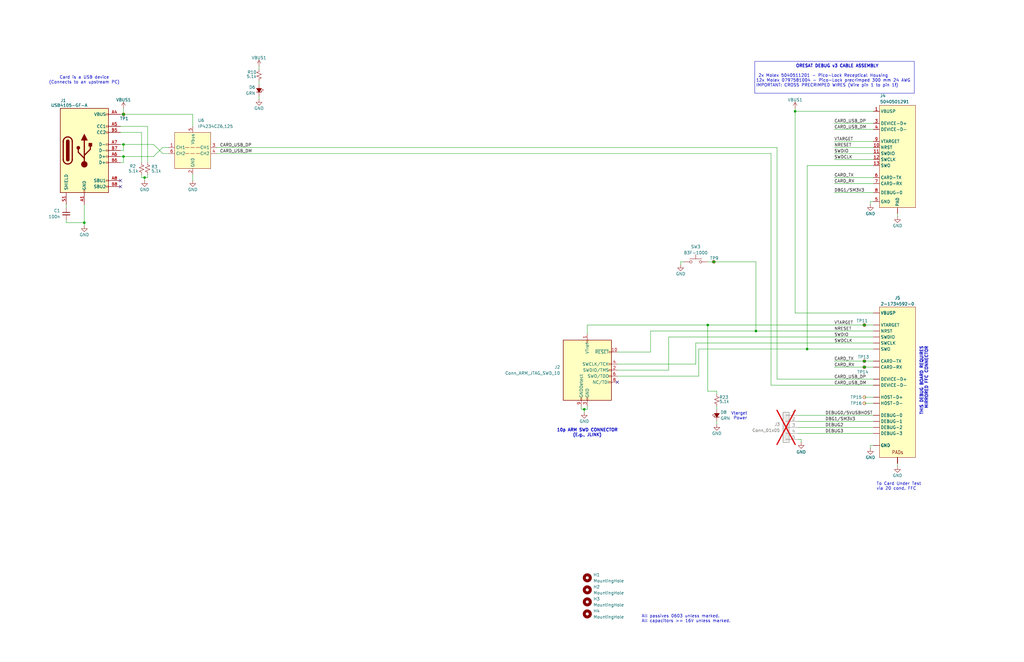
<source format=kicad_sch>
(kicad_sch (version 20250114) (generator "eeschema") (generator_version "9.0")
  (paper "B")
  (title_block (title "Card Debug Board") (date "2025-11-24") (rev "3.1") (company "Portland State Aerospace Society"))
  (lib_symbols
    (symbol "Connector:Conn_ARM_JTAG_SWD_10" (pin_names (offset 1.016))
      (property "Reference" "J" (at -2.54 16.51 0))
      (property "Value" "Conn_ARM_JTAG_SWD_10" (at -2.54 13.97 0))
      (symbol "Conn_ARM_JTAG_SWD_10_0_1"
        (rectangle (start -10.16 12.7) (end 10.16 -12.7) (stroke (width 0.254)) (fill (type background)))
        (rectangle (start -2.794 -12.7) (end -2.286 -11.684))
        (rectangle (start -0.254 12.7) (end 0.254 11.684))
        (rectangle (start -0.254 -12.7) (end 0.254 -11.684))
        (rectangle (start 9.144 2.286) (end 10.16 2.794))
        (rectangle (start 10.16 7.874) (end 9.144 7.366))
        (rectangle (start 10.16 -0.254) (end 9.144 0.254))
        (rectangle (start 10.16 -2.794) (end 9.144 -2.286))
      )
      (symbol "Conn_ARM_JTAG_SWD_10_1_1"
        (rectangle (start 9.144 -5.334) (end 10.16 -4.826))
        (pin no_connect line (at -10.16 0 0) (length 2.54) (hide yes) (name "KEY") (number "7"))
        (pin passive line (at -2.54 -15.24 90) (length 2.54) (name "GNDDetect") (number "9"))
        (pin power_in line (at 0 15.24 270) (length 2.54) (name "VTref") (number "1"))
        (pin power_in line (at 0 -15.24 90) (length 2.54) (name "GND") (number "3"))
        (pin passive line (at 0 -15.24 90) (length 2.54) (hide yes) (name "GND") (number "5"))
        (pin open_collector line (at 12.7 7.62 180) (length 2.54) (name "~{RESET}") (number "10"))
        (pin output line (at 12.7 2.54 180) (length 2.54) (name "SWCLK/TCK") (number "4"))
        (pin bidirectional line (at 12.7 0 180) (length 2.54) (name "SWDIO/TMS") (number "2"))
        (pin input line (at 12.7 -2.54 180) (length 2.54) (name "SWO/TDO") (number "6"))
        (pin output line (at 12.7 -5.08 180) (length 2.54) (name "NC/TDI") (number "8"))
      )
    )
    (symbol "Connector:USB_C_Receptacle_USB2.0_16P" (pin_names (offset 1.016))
      (property "Reference" "J" (at 0 22.225 0))
      (property "Value" "USB_C_Receptacle_USB2.0_16P" (at 0 19.685 0))
      (symbol "USB_C_Receptacle_USB2.0_16P_0_0"
        (rectangle (start -0.254 -17.78) (end 0.254 -16.764))
        (rectangle (start 10.16 15.494) (end 9.144 14.986))
        (rectangle (start 10.16 10.414) (end 9.144 9.906))
        (rectangle (start 10.16 7.874) (end 9.144 7.366))
        (rectangle (start 10.16 2.794) (end 9.144 2.286))
        (rectangle (start 10.16 0.254) (end 9.144 -0.254))
        (rectangle (start 10.16 -2.286) (end 9.144 -2.794))
        (rectangle (start 10.16 -4.826) (end 9.144 -5.334))
        (rectangle (start 10.16 -12.446) (end 9.144 -12.954))
        (rectangle (start 10.16 -14.986) (end 9.144 -15.494))
      )
      (symbol "USB_C_Receptacle_USB2.0_16P_0_1"
        (rectangle (start -10.16 17.78) (end 10.16 -17.78) (stroke (width 0.254)) (fill (type background)))
        (polyline (pts (xy -8.89 -3.81) (xy -8.89 3.81)) (stroke (width 0.508)))
        (rectangle (start -7.62 -3.81) (end -6.35 3.81) (stroke (width 0.254)) (fill (type outline)))
        (arc (start -7.62 3.81) (mid -6.985 4.4423) (end -6.35 3.81) (stroke (width 0.254)))
        (arc (start -7.62 3.81) (mid -6.985 4.4423) (end -6.35 3.81) (stroke (width 0.254)) (fill (type outline)))
        (arc (start -8.89 3.81) (mid -6.985 5.7067) (end -5.08 3.81) (stroke (width 0.508)))
        (arc (start -5.08 -3.81) (mid -6.985 -5.7067) (end -8.89 -3.81) (stroke (width 0.508)))
        (arc (start -6.35 -3.81) (mid -6.985 -4.4423) (end -7.62 -3.81) (stroke (width 0.254)))
        (arc (start -6.35 -3.81) (mid -6.985 -4.4423) (end -7.62 -3.81) (stroke (width 0.254)) (fill (type outline)))
        (polyline (pts (xy -5.08 3.81) (xy -5.08 -3.81)) (stroke (width 0.508)))
        (circle (center -2.54 1.143) (radius 0.635) (stroke (width 0.254)) (fill (type outline)))
        (polyline (pts (xy -1.27 4.318) (xy 0 6.858) (xy 1.27 4.318) (xy -1.27 4.318)) (stroke (width 0.254)) (fill (type outline)))
        (polyline (pts (xy 0 -2.032) (xy 2.54 0.508) (xy 2.54 1.778)) (stroke (width 0.508)))
        (polyline (pts (xy 0 -3.302) (xy -2.54 -0.762) (xy -2.54 0.508)) (stroke (width 0.508)))
        (polyline (pts (xy 0 -5.842) (xy 0 4.318)) (stroke (width 0.508)))
        (circle (center 0 -5.842) (radius 1.27) (fill (type outline)))
        (rectangle (start 1.905 1.778) (end 3.175 3.048) (stroke (width 0.254)) (fill (type outline)))
      )
      (symbol "USB_C_Receptacle_USB2.0_16P_1_1"
        (pin passive line (at -7.62 -22.86 90) (length 5.08) (name "SHIELD") (number "S1"))
        (pin passive line (at 0 -22.86 90) (length 5.08) (name "GND") (number "A1"))
        (pin passive line (at 0 -22.86 90) (length 5.08) (hide yes) (name "GND") (number "A12"))
        (pin passive line (at 0 -22.86 90) (length 5.08) (hide yes) (name "GND") (number "B1"))
        (pin passive line (at 0 -22.86 90) (length 5.08) (hide yes) (name "GND") (number "B12"))
        (pin passive line (at 15.24 15.24 180) (length 5.08) (name "VBUS") (number "A4"))
        (pin passive line (at 15.24 15.24 180) (length 5.08) (hide yes) (name "VBUS") (number "A9"))
        (pin passive line (at 15.24 15.24 180) (length 5.08) (hide yes) (name "VBUS") (number "B4"))
        (pin passive line (at 15.24 15.24 180) (length 5.08) (hide yes) (name "VBUS") (number "B9"))
        (pin bidirectional line (at 15.24 10.16 180) (length 5.08) (name "CC1") (number "A5"))
        (pin bidirectional line (at 15.24 7.62 180) (length 5.08) (name "CC2") (number "B5"))
        (pin bidirectional line (at 15.24 2.54 180) (length 5.08) (name "D-") (number "A7"))
        (pin bidirectional line (at 15.24 0 180) (length 5.08) (name "D-") (number "B7"))
        (pin bidirectional line (at 15.24 -2.54 180) (length 5.08) (name "D+") (number "A6"))
        (pin bidirectional line (at 15.24 -5.08 180) (length 5.08) (name "D+") (number "B6"))
        (pin bidirectional line (at 15.24 -12.7 180) (length 5.08) (name "SBU1") (number "A8"))
        (pin bidirectional line (at 15.24 -15.24 180) (length 5.08) (name "SBU2") (number "B8"))
      )
    )
    (symbol "Connector_Generic:Conn_01x05" (pin_names (offset 1.016) (hide yes))
      (property "Reference" "J" (at 0 7.62 0))
      (property "Value" "Conn_01x05" (at 0 -7.62 0))
      (symbol "Conn_01x05_1_1"
        (rectangle (start -1.27 6.35) (end 1.27 -6.35) (stroke (width 0.254)) (fill (type background)))
        (rectangle (start -1.27 5.207) (end 0 4.953) (stroke (width 0.1524)))
        (rectangle (start -1.27 2.667) (end 0 2.413) (stroke (width 0.1524)))
        (rectangle (start -1.27 0.127) (end 0 -0.127) (stroke (width 0.1524)))
        (rectangle (start -1.27 -2.413) (end 0 -2.667) (stroke (width 0.1524)))
        (rectangle (start -1.27 -4.953) (end 0 -5.207) (stroke (width 0.1524)))
        (pin passive line (at -5.08 5.08 0) (length 3.81) (name "Pin_1") (number "1"))
        (pin passive line (at -5.08 2.54 0) (length 3.81) (name "Pin_2") (number "2"))
        (pin passive line (at -5.08 0 0) (length 3.81) (name "Pin_3") (number "3"))
        (pin passive line (at -5.08 -2.54 0) (length 3.81) (name "Pin_4") (number "4"))
        (pin passive line (at -5.08 -5.08 0) (length 3.81) (name "Pin_5") (number "5"))
      )
    )
    (symbol "Device:C_Small" (pin_numbers (hide yes)) (pin_names (offset 0.254) (hide yes))
      (property "Reference" "C" (at 0.254 1.778 0))
      (property "Value" "C_Small" (at 0.254 -2.032 0))
      (symbol "C_Small_0_1"
        (polyline (pts (xy -1.524 0.508) (xy 1.524 0.508)) (stroke (width 0.3048)))
        (polyline (pts (xy -1.524 -0.508) (xy 1.524 -0.508)) (stroke (width 0.3302)))
      )
      (symbol "C_Small_1_1"
        (pin passive line (at 0 2.54 270) (length 2.032) (name "~") (number "1"))
        (pin passive line (at 0 -2.54 90) (length 2.032) (name "~") (number "2"))
      )
    )
    (symbol "Device:LED_Small_Filled" (pin_numbers (hide yes)) (pin_names (offset 0.254) (hide yes))
      (property "Reference" "D" (at -1.27 3.175 0))
      (property "Value" "LED_Small_Filled" (at -4.445 -2.54 0))
      (symbol "LED_Small_Filled_0_1"
        (polyline (pts (xy -0.762 -1.016) (xy -0.762 1.016)) (stroke (width 0.254)))
        (polyline (pts (xy 0 0.762) (xy -0.508 1.27) (xy -0.254 1.27) (xy -0.508 1.27) (xy -0.508 1.016)))
        (polyline (pts (xy 0.508 1.27) (xy 0 1.778) (xy 0.254 1.778) (xy 0 1.778) (xy 0 1.524)))
        (polyline (pts (xy 0.762 -1.016) (xy -0.762 0) (xy 0.762 1.016) (xy 0.762 -1.016)) (stroke (width 0.254)) (fill (type outline)))
        (polyline (pts (xy 1.016 0) (xy -0.762 0)))
      )
      (symbol "LED_Small_Filled_1_1"
        (pin passive line (at -2.54 0 0) (length 1.778) (name "K") (number "1"))
        (pin passive line (at 2.54 0 180) (length 1.778) (name "A") (number "2"))
      )
    )
    (symbol "Device:R_Small_US" (pin_numbers (hide yes)) (pin_names (offset 0.254) (hide yes))
      (property "Reference" "R" (at 0.762 0.508 0))
      (property "Value" "R_Small_US" (at 0.762 -1.016 0))
      (symbol "R_Small_US_1_1"
        (polyline (pts (xy 0 1.524) (xy 1.016 1.143) (xy 0 0.762) (xy -1.016 0.381) (xy 0 0)))
        (polyline (pts (xy 0 0) (xy 1.016 -0.381) (xy 0 -0.762) (xy -1.016 -1.143) (xy 0 -1.524)))
        (pin passive line (at 0 2.54 270) (length 1.016) (name "~") (number "1"))
        (pin passive line (at 0 -2.54 90) (length 1.016) (name "~") (number "2"))
      )
    )
    (symbol "Mechanical:MountingHole" (pin_names (offset 1.016)) (in_bom no)
      (property "Reference" "H" (at 0 5.08 0))
      (property "Value" "MountingHole" (at 0 3.175 0))
      (symbol "MountingHole_0_1"
        (circle (center 0 0) (radius 1.27) (stroke (width 1.27)))
      )
    )
    (symbol "Switch:SW_Push" (pin_numbers (hide yes)) (pin_names (offset 1.016) (hide yes))
      (property "Reference" "SW" (at 1.27 2.54 0))
      (property "Value" "SW_Push" (at 0 -1.524 0))
      (symbol "SW_Push_0_1"
        (circle (center -2.032 0) (radius 0.508))
        (polyline (pts (xy 0 1.27) (xy 0 3.048)))
        (circle (center 2.032 0) (radius 0.508))
        (polyline (pts (xy 2.54 1.27) (xy -2.54 1.27)))
        (pin passive line (at -5.08 0 0) (length 2.54) (name "1") (number "1"))
        (pin passive line (at 5.08 0 180) (length 2.54) (name "2") (number "2"))
      )
    )
    (symbol "oresat-connectors:J-TE-Debug-2-1734592-0"
      (property "Reference" "J" (at 0 35.56 0))
      (property "Value" "J-TE-Debug-2-1734592-0" (at 0 33.02 0))
      (symbol "J-TE-Debug-2-1734592-0_0_1"
        (rectangle (start -7.62 30.48) (end 7.62 -33.02) (fill (type background)))
      )
      (symbol "J-TE-Debug-2-1734592-0_1_0"
        (text "PADs" (at -2.54 -31.75 0) (effects (font (size 1.524 1.2954)) (justify left bottom)))
        (pin passive line (at 0 -35.56 90) (length 2.54) (name "PAD") (number "PAD1"))
        (pin passive line (at 0 -35.56 90) (length 2.54) (name "PAD") (number "PAD2"))
        (pin passive line (at 10.16 27.94 180) (length 2.54) (name "VBUSP") (number "1"))
        (pin passive line (at 10.16 27.94 180) (length 2.54) (name "VBUSP") (number "2"))
        (pin passive line (at 10.16 22.86 180) (length 2.54) (name "VTARGET") (number "11"))
        (pin passive line (at 10.16 20.32 180) (length 2.54) (name "NRST") (number "10"))
        (pin passive line (at 10.16 17.78 180) (length 2.54) (name "SWDIO") (number "14"))
        (pin passive line (at 10.16 15.24 180) (length 2.54) (name "SWCLK") (number "15"))
        (pin passive line (at 10.16 12.7 180) (length 2.54) (name "SWO") (number "16"))
        (pin passive line (at 10.16 7.62 180) (length 2.54) (name "CARD-TX") (number "13"))
        (pin passive line (at 10.16 5.08 180) (length 2.54) (name "CARD-RX") (number "12"))
        (pin passive line (at 10.16 0 180) (length 2.54) (name "DEVICE-D+") (number "4"))
        (pin passive line (at 10.16 -2.54 180) (length 2.54) (name "DEVICE-D-") (number "5"))
        (pin passive line (at 10.16 -7.62 180) (length 2.54) (name "HOST-D+") (number "7"))
        (pin passive line (at 10.16 -10.16 180) (length 2.54) (name "HOST-D-") (number "8"))
        (pin passive line (at 10.16 -15.24 180) (length 2.54) (name "DEBUG-0") (number "17"))
        (pin passive line (at 10.16 -17.78 180) (length 2.54) (name "DEBUG-1") (number "18"))
        (pin passive line (at 10.16 -20.32 180) (length 2.54) (name "DEBUG-2") (number "19"))
        (pin passive line (at 10.16 -22.86 180) (length 2.54) (name "DEBUG-3") (number "20"))
        (pin passive line (at 10.16 -27.94 180) (length 2.54) (name "GND") (number "3"))
        (pin passive line (at 10.16 -27.94 180) (length 2.54) (name "GND") (number "6"))
        (pin passive line (at 10.16 -27.94 180) (length 2.54) (name "GND") (number "9"))
      )
    )
    (symbol "oresat-connectors:ORESAT-DEBUG-CONNECTOR-3"
      (property "Reference" "J" (at -7.62 25.4 0))
      (property "Value" "SM14B-SHLS-TF" (at -7.62 22.86 0))
      (symbol "ORESAT-DEBUG-CONNECTOR-3_1_0"
        (pin passive line (at 0 -24.13 90) (length 2.54) (name "PAD") (number "15"))
        (pin passive line (at 0 -24.13 90) (length 2.54) (hide yes) (name "PAD") (number "16"))
        (pin passive line (at 10.16 19.05 180) (length 2.54) (name "VBUSP") (number "1"))
        (pin passive line (at 10.16 19.05 180) (length 2.54) (hide yes) (name "VBUSP") (number "2"))
        (pin passive line (at 10.16 13.97 180) (length 2.54) (name "DEVICE-D+") (number "3"))
        (pin passive line (at 10.16 11.43 180) (length 2.54) (name "DEVICE-D-") (number "4"))
        (pin passive line (at 10.16 6.35 180) (length 2.54) (name "VTARGET") (number "9"))
        (pin passive line (at 10.16 3.81 180) (length 2.54) (name "NRST") (number "10"))
        (pin passive line (at 10.16 1.27 180) (length 2.54) (name "SWDIO") (number "11"))
        (pin passive line (at 10.16 -1.27 180) (length 2.54) (name "SWCLK") (number "12"))
        (pin passive line (at 10.16 -3.81 180) (length 2.54) (name "SWO") (number "13"))
        (pin passive line (at 10.16 -8.89 180) (length 2.54) (name "CARD-TX") (number "6"))
        (pin passive line (at 10.16 -11.43 180) (length 2.54) (name "CARD-RX") (number "7"))
        (pin passive line (at 10.16 -15.24 180) (length 2.54) (name "DEBUG-0") (number "8"))
        (pin passive line (at 10.16 -19.05 180) (length 2.54) (hide yes) (name "GND") (number "14"))
        (pin passive line (at 10.16 -19.05 180) (length 2.54) (name "GND") (number "5"))
      )
      (symbol "ORESAT-DEBUG-CONNECTOR-3_1_1"
        (rectangle (start -7.62 21.59) (end 7.62 -21.59) (fill (type color) (color 255 255 194 1)))
      )
    )
    (symbol "oresat-ics:ip4234cz6"
      (property "Reference" "U" (at 4.064 -8.636 0))
      (property "Value" "IP4234CZ6,125" (at 4.064 -10.668 0))
      (symbol "ip4234cz6_1_1"
        (rectangle (start -7.62 7.62) (end 7.62 -7.62) (fill (type background)))
        (polyline (pts (xy -3.175 1.27) (xy 3.175 1.27)) (stroke (width 0) (type dash)))
        (polyline (pts (xy -3.175 -1.27) (xy 3.175 -1.27)) (stroke (width 0) (type dash)))
        (pin passive line (at -10.16 1.27 0) (length 2.54) (name "CH1") (number "1"))
        (pin passive line (at -10.16 -1.27 0) (length 2.54) (name "CH2") (number "6"))
        (pin power_in line (at 0 10.16 270) (length 2.54) (name "Vbus") (number "5"))
        (pin power_in line (at 0 -10.16 90) (length 2.54) (name "GND") (number "2"))
        (pin passive line (at 10.16 1.27 180) (length 2.54) (name "CH1") (number "3"))
        (pin passive line (at 10.16 -1.27 180) (length 2.54) (name "CH2") (number "4"))
      )
    )
    (symbol "oresat-misc:TestPoint-MinTH" (pin_numbers (hide yes)) (pin_names (offset 0.762) (hide yes))
      (property "Reference" "TP" (at 0 2.54 0))
      (symbol "TestPoint-MinTH_0_1"
        (circle (center 0 0) (radius 0.635) (fill (type background)))
      )
      (symbol "TestPoint-MinTH_1_1"
        (pin passive line (at 0 0 270) (length 0) (name "1") (number "1"))
      )
    )
    (symbol "oresat-power:VBUS" (power) (pin_names (offset 0))
      (property "Value" "VBUS" (at 0 3.556 0))
      (symbol "VBUS_0_1"
        (polyline (pts (xy -0.762 1.27) (xy 0 2.54)))
        (polyline (pts (xy 0 2.54) (xy 0.762 1.27)))
        (polyline (pts (xy 0 0) (xy 0 2.54)))
      )
      (symbol "VBUS_1_1"
        (pin power_in line (at 0 0 90) (length 0) (hide yes) (name "VBUS") (number "1"))
      )
    )
    (symbol "power:GND" (power) (pin_numbers (hide yes)) (pin_names (offset 0) (hide yes))
      (property "Value" "GND" (at 0 -3.81 0))
      (symbol "GND_0_1"
        (polyline (pts (xy 0 0) (xy 0 -1.27) (xy 1.27 -1.27) (xy 0 -2.54) (xy -1.27 -1.27) (xy 0 -1.27)))
      )
      (symbol "GND_1_1"
        (pin power_in line (at 0 0 270) (length 0) (name "~") (number "1"))
      )
    )
  )
  (rectangle (start 318.262 25.908) (end 385.572 39.37))
  (text "To Card Under Test\nvia 20 cond. FFC" (at 369.57 207.01 0) (effects (font (size 1.27 1.27)) (justify left bottom)))
  (text "Vtarget \nPower" (at 312.166 175.514 0) (effects (font (size 1.27 1.27))))
  (text " 2x Molex 5040511201 - Pico-Lock Receptical Housing\n12x Molex 0797581004 - Pico-Lock precrimped 300 mm 24 AWG\nIMPORTANT: CROSS PRECRIMPED WIRES (Wire pin 1 to pin 1!)" (at 318.77 36.83 0) (effects (font (size 1.27 1.27) (thickness 0.1588)) (justify left bottom)))
  (text "All passives 0603 unless marked.\nAll capacitors >= 16V unless marked." (at 270.51 262.89 0) (effects (font (size 1.27 1.27)) (justify left bottom)))
  (text "10p ARM SWD CONNECTOR\n(E.g., JLINK)" (at 247.65 182.626 0) (effects (font (size 1.27 1.27) (thickness 0.254) (bold yes))))
  (text "THIS DEBUG BOARD REQUIRES\nMIRRORED FFC CONNECTOR" (at 391.414 146.05 90) (effects (font (size 1.27 1.27) (thickness 0.254) (bold yes)) (justify right bottom)))
  (text "ORESAT DEBUG v3 CABLE ASSEMBLY" (at 353.06 27.94 0) (effects (font (size 1.27 1.27) (thickness 0.254) (bold yes))))
  (text "Card is a USB device\n(Connects to an upstream PC)\n" (at 35.56 35.56 0) (effects (font (size 1.27 1.27)) (justify bottom)))
  (junction (at 60.96 74.93))
  (junction (at 52.07 66.04))
  (junction (at 364.49 137.16))
  (junction (at 52.07 48.26))
  (junction (at 300.99 110.49))
  (junction (at 340.36 147.32))
  (junction (at 246.38 172.72))
  (junction (at 364.49 152.4))
  (junction (at 52.07 60.96))
  (junction (at 318.77 139.7))
  (junction (at 298.45 137.16))
  (junction (at 35.56 93.98))
  (junction (at 335.28 46.99))
  (junction (at 364.49 154.94))
  (no_connect (at 50.8 76.2))
  (no_connect (at 260.35 161.29))
  (no_connect (at 50.8 78.74))
  (wire (pts (xy 368.3 69.85) (xy 340.36 69.85)))
  (wire (pts (xy 368.3 52.07) (xy 351.79 52.07)))
  (wire (pts (xy 109.22 34.29) (xy 109.22 35.56)))
  (wire (pts (xy 340.36 147.32) (xy 368.3 147.32)))
  (wire (pts (xy 52.07 48.26) (xy 81.28 48.26)))
  (wire (pts (xy 351.79 152.4) (xy 364.49 152.4)))
  (wire (pts (xy 367.03 85.09) (xy 367.03 86.36)))
  (wire (pts (xy 59.69 74.93) (xy 60.96 74.93)))
  (wire (pts (xy 247.65 172.72) (xy 247.65 171.45)))
  (wire (pts (xy 71.12 62.23) (xy 68.58 62.23)))
  (wire (pts (xy 335.28 132.08) (xy 368.3 132.08)))
  (wire (pts (xy 59.69 55.88) (xy 59.69 68.58)))
  (wire (pts (xy 91.44 62.23) (xy 327.66 62.23)))
  (wire (pts (xy 247.65 140.97) (xy 247.65 137.16)))
  (wire (pts (xy 109.22 27.94) (xy 109.22 29.21)))
  (wire (pts (xy 378.46 195.58) (xy 378.46 196.85)))
  (wire (pts (xy 27.94 92.71) (xy 27.94 93.98)))
  (wire (pts (xy 327.66 160.02) (xy 368.3 160.02)))
  (wire (pts (xy 364.49 170.18) (xy 368.3 170.18)))
  (wire (pts (xy 247.65 137.16) (xy 298.45 137.16)))
  (wire (pts (xy 281.94 156.21) (xy 260.35 156.21)))
  (wire (pts (xy 245.11 172.72) (xy 246.38 172.72)))
  (wire (pts (xy 336.55 177.8) (xy 368.3 177.8)))
  (wire (pts (xy 64.77 66.04) (xy 68.58 62.23)))
  (wire (pts (xy 302.26 166.37) (xy 302.26 165.1)))
  (wire (pts (xy 335.28 46.99) (xy 368.3 46.99)))
  (wire (pts (xy 336.55 180.34) (xy 368.3 180.34)))
  (wire (pts (xy 288.29 110.49) (xy 287.02 110.49)))
  (wire (pts (xy 287.02 110.49) (xy 287.02 111.76)))
  (wire (pts (xy 52.07 48.26) (xy 50.8 48.26)))
  (wire (pts (xy 81.28 48.26) (xy 81.28 53.34)))
  (wire (pts (xy 62.23 53.34) (xy 62.23 68.58)))
  (wire (pts (xy 368.3 67.31) (xy 351.79 67.31)))
  (wire (pts (xy 335.28 45.72) (xy 335.28 46.99)))
  (wire (pts (xy 91.44 64.77) (xy 325.12 64.77)))
  (wire (pts (xy 246.38 172.72) (xy 247.65 172.72)))
  (wire (pts (xy 298.45 137.16) (xy 364.49 137.16)))
  (wire (pts (xy 378.46 90.17) (xy 378.46 91.44)))
  (wire (pts (xy 62.23 73.66) (xy 62.23 74.93)))
  (wire (pts (xy 260.35 153.67) (xy 293.37 153.67)))
  (wire (pts (xy 364.49 154.94) (xy 368.3 154.94)))
  (wire (pts (xy 60.96 74.93) (xy 60.96 76.2)))
  (wire (pts (xy 335.28 46.99) (xy 335.28 132.08)))
  (wire (pts (xy 364.49 137.16) (xy 368.3 137.16)))
  (wire (pts (xy 325.12 162.56) (xy 368.3 162.56)))
  (wire (pts (xy 302.26 165.1) (xy 298.45 165.1)))
  (wire (pts (xy 52.07 66.04) (xy 64.77 66.04)))
  (wire (pts (xy 59.69 73.66) (xy 59.69 74.93)))
  (wire (pts (xy 281.94 142.24) (xy 368.3 142.24)))
  (wire (pts (xy 245.11 171.45) (xy 245.11 172.72)))
  (wire (pts (xy 336.55 175.26) (xy 368.3 175.26)))
  (wire (pts (xy 302.26 171.45) (xy 302.26 172.72)))
  (wire (pts (xy 71.12 64.77) (xy 68.58 64.77)))
  (wire (pts (xy 50.8 60.96) (xy 52.07 60.96)))
  (wire (pts (xy 340.36 69.85) (xy 340.36 147.32)))
  (wire (pts (xy 52.07 66.04) (xy 52.07 68.58)))
  (wire (pts (xy 50.8 66.04) (xy 52.07 66.04)))
  (wire (pts (xy 52.07 60.96) (xy 64.77 60.96)))
  (wire (pts (xy 260.35 148.59) (xy 274.32 148.59)))
  (wire (pts (xy 337.82 185.42) (xy 337.82 186.69)))
  (wire (pts (xy 368.3 81.28) (xy 351.79 81.28)))
  (wire (pts (xy 298.45 137.16) (xy 298.45 165.1)))
  (wire (pts (xy 293.37 153.67) (xy 293.37 144.78)))
  (wire (pts (xy 35.56 93.98) (xy 35.56 95.25)))
  (wire (pts (xy 109.22 40.64) (xy 109.22 41.91)))
  (wire (pts (xy 351.79 77.47) (xy 368.3 77.47)))
  (wire (pts (xy 318.77 139.7) (xy 368.3 139.7)))
  (wire (pts (xy 351.79 74.93) (xy 368.3 74.93)))
  (wire (pts (xy 318.77 110.49) (xy 318.77 139.7)))
  (wire (pts (xy 274.32 148.59) (xy 274.32 139.7)))
  (wire (pts (xy 336.55 182.88) (xy 368.3 182.88)))
  (wire (pts (xy 351.79 54.61) (xy 368.3 54.61)))
  (wire (pts (xy 325.12 64.77) (xy 325.12 162.56)))
  (wire (pts (xy 81.28 73.66) (xy 81.28 76.2)))
  (wire (pts (xy 68.58 64.77) (xy 64.77 60.96)))
  (wire (pts (xy 50.8 53.34) (xy 62.23 53.34)))
  (wire (pts (xy 281.94 142.24) (xy 281.94 156.21)))
  (wire (pts (xy 300.99 110.49) (xy 318.77 110.49)))
  (wire (pts (xy 368.3 187.96) (xy 367.03 187.96)))
  (wire (pts (xy 60.96 74.93) (xy 62.23 74.93)))
  (wire (pts (xy 368.3 85.09) (xy 367.03 85.09)))
  (wire (pts (xy 27.94 86.36) (xy 27.94 87.63)))
  (wire (pts (xy 327.66 62.23) (xy 327.66 160.02)))
  (wire (pts (xy 364.49 167.64) (xy 368.3 167.64)))
  (wire (pts (xy 294.64 158.75) (xy 260.35 158.75)))
  (wire (pts (xy 351.79 62.23) (xy 368.3 62.23)))
  (wire (pts (xy 246.38 172.72) (xy 246.38 173.99)))
  (wire (pts (xy 351.79 59.69) (xy 368.3 59.69)))
  (wire (pts (xy 368.3 152.4) (xy 364.49 152.4)))
  (wire (pts (xy 294.64 147.32) (xy 340.36 147.32)))
  (wire (pts (xy 52.07 45.72) (xy 52.07 48.26)))
  (wire (pts (xy 27.94 93.98) (xy 35.56 93.98)))
  (wire (pts (xy 293.37 144.78) (xy 368.3 144.78)))
  (wire (pts (xy 351.79 154.94) (xy 364.49 154.94)))
  (wire (pts (xy 50.8 68.58) (xy 52.07 68.58)))
  (wire (pts (xy 294.64 147.32) (xy 294.64 158.75)))
  (wire (pts (xy 367.03 187.96) (xy 367.03 189.23)))
  (wire (pts (xy 368.3 64.77) (xy 351.79 64.77)))
  (wire (pts (xy 35.56 86.36) (xy 35.56 93.98)))
  (wire (pts (xy 50.8 55.88) (xy 59.69 55.88)))
  (wire (pts (xy 274.32 139.7) (xy 318.77 139.7)))
  (wire (pts (xy 336.55 185.42) (xy 337.82 185.42)))
  (wire (pts (xy 298.45 110.49) (xy 300.99 110.49)))
  (wire (pts (xy 52.07 60.96) (xy 52.07 63.5)))
  (wire (pts (xy 302.26 177.8) (xy 302.26 179.07)))
  (wire (pts (xy 50.8 63.5) (xy 52.07 63.5)))
  (label "SWDIO" (at 351.79 142.24 0))
  (label "CARD_RX" (at 351.79 77.47 0))
  (label "DEBUG2" (at 347.98 180.34 0))
  (label "VTARGET" (at 351.79 59.69 0))
  (label "CARD_USB_DP" (at 351.79 52.07 0))
  (label "CARD_TX" (at 351.79 74.93 0))
  (label "DBG1{slash}SM3V3" (at 347.98 177.8 0))
  (label "SWDCLK" (at 351.79 67.31 0))
  (label "CARD_RX" (at 351.79 154.94 0))
  (label "CARD_USB_DM" (at 351.79 162.56 0))
  (label "SWDCLK" (at 351.79 144.78 0))
  (label "SWDIO" (at 351.79 64.77 0))
  (label "DEBUG3" (at 347.98 182.88 0))
  (label "NRESET" (at 351.79 62.23 0))
  (label "DEBUG0{slash}5VUSBHOST" (at 347.98 175.26 0))
  (label "VTARGET" (at 351.79 137.16 0))
  (label "CARD_TX" (at 351.79 152.4 0))
  (label "CARD_USB_DP" (at 92.71 62.23 0))
  (label "CARD_USB_DM" (at 351.79 54.61 0))
  (label "CARD_USB_DP" (at 351.79 160.02 0))
  (label "DBG1{slash}SM3V3" (at 351.79 81.28 0))
  (label "CARD_USB_DM" (at 92.71 64.77 0))
  (label "NRESET" (at 351.79 139.7 0))
  (symbol (lib_id "Device:R_Small_US") (at 59.69 71.12 0) (unit 1)
    (property "Reference" "R2" (at 54.61 70.104 0) (effects (justify left)))
    (property "Value" "5.1k" (at 54.102 72.136 0) (effects (justify left)))
    (property "Footprint" "oresat-passives:0603-C-NOSILK" (effects (hide yes)))
    (property "Datasheet" "https://www.seielect.com/catalog/SEI-RMCF_RMCP.pdf" (effects (hide yes)))
    (property "Description" "5.1 kOhms ±1% 0.1W, 1/10W Chip Resistor 0603 (1608 Metric) Automotive AEC-Q200 Thick Film" (effects (hide yes)))
    (property "DIS" "DigiKey" (effects (hide yes)))
    (property "DPN" "RMCF0603FT5K10CT-ND" (effects (hide yes)))
    (property "MFR" "Stackpole Electronics Inc" (effects (hide yes)))
    (property "MPN" "RMCF0603FT5K10" (effects (hide yes)))
  )
  (symbol (lib_id "Device:LED_Small_Filled") (at 302.26 175.26 90) (unit 1)
    (property "Reference" "D8" (at 303.784 173.99 90) (effects (justify right)))
    (property "Value" "GRN" (at 303.784 176.53 90) (effects (justify right)))
    (property "Footprint" "LED_SMD:LED_0603_1608Metric" (effects (hide yes)))
    (property "Datasheet" "https://www.we-online.com/components/products/datasheet/150060GS75020.pdf" (effects (hide yes)))
    (property "Description" "Green 525nm LED Indication - Discrete 3.2V 0603 (1608 Metric)" (effects (hide yes)))
    (property "Sim.Pins" "1=K 2=A" (effects (hide yes)))
    (property "DIS" "DigiKey" (effects (hide yes)))
    (property "DPN" "732-150060GS75020CT-ND" (effects (hide yes)))
    (property "MFR" "Wurth" (effects (hide yes)))
    (property "MPN" "150060GS75020" (effects (hide yes)))
  )
  (symbol (lib_id "Switch:SW_Push") (at 293.37 110.49 0) (unit 1)
    (property "Reference" "SW3" (at 293.37 104.14 0))
    (property "Value" "B3F-1000" (at 293.37 106.68 0))
    (property "Footprint" "Button_Switch_THT:SW_PUSH_6mm" (effects (hide yes)))
    (property "Datasheet" "https://omronfs.omron.com/en_US/ecb/products/pdf/en-b3f.pdf" (effects (hide yes)))
    (property "Description" "Tactile Switch SPST-NO Top Actuated Through Hole" (effects (hide yes)))
    (property "MPN" "B3F-1000" (effects (hide yes)))
    (property "MFR" "Omron Electronics" (effects (hide yes)))
    (property "DIS" "DigiKey" (effects (hide yes)))
    (property "DPN" "SW400-ND" (effects (hide yes)))
  )
  (symbol (lib_id "power:GND") (at 378.46 196.85 0) (mirror y) (unit 1)
    (property "Reference" "#PWR039" (effects (hide yes)))
    (property "Value" "GND" (at 378.46 200.66 0))
    (property "Description" "Power symbol creates a global label with name \"GND\" , ground" (effects (hide yes)))
  )
  (symbol (lib_id "oresat-misc:TestPoint-MinTH") (at 364.49 154.94 0) (mirror y) (unit 1) (in_bom no)
    (property "Reference" "TP14" (at 366.268 156.972 0) (effects (justify left)))
    (property "Value" "TestPoint-MinTH" (effects (hide yes)))
    (property "Footprint" "oresat-misc:TestPoint-MinTH" (effects (hide yes)))
  )
  (symbol (lib_id "Device:R_Small_US") (at 302.26 168.91 180) (unit 1)
    (property "Reference" "R23" (at 303.276 167.64 0) (effects (justify right)))
    (property "Value" "5.1k" (at 303.276 169.418 0) (effects (justify right)))
    (property "Footprint" "oresat-passives:0603-C-NOSILK" (effects (hide yes)))
    (property "Datasheet" "https://www.seielect.com/catalog/SEI-RMCF_RMCP.pdf" (effects (hide yes)))
    (property "Description" "5.1 kOhms ±1% 0.1W, 1/10W Chip Resistor 0603 (1608 Metric) Automotive AEC-Q200 Thick Film" (effects (hide yes)))
    (property "DIS" "DigiKey" (effects (hide yes)))
    (property "DPN" "RMCF0603FT5K10CT-ND" (effects (hide yes)))
    (property "MFR" "Stackpole Electronics Inc" (effects (hide yes)))
    (property "MPN" "RMCF0603FT5K10" (effects (hide yes)))
  )
  (symbol (lib_id "power:GND") (at 367.03 86.36 0) (mirror y) (unit 1)
    (property "Reference" "#PWR036" (effects (hide yes)))
    (property "Value" "GND" (at 367.03 90.17 0))
    (property "Description" "Power symbol creates a global label with name \"GND\" , ground" (effects (hide yes)))
  )
  (symbol (lib_id "oresat-misc:TestPoint-MinTH") (at 52.07 48.26 0) (unit 1) (in_bom no)
    (property "Reference" "TP1" (at 50.546 50.038 0) (effects (justify left)))
    (property "Value" "TestPoint-MinTH" (effects (hide yes)))
    (property "Footprint" "oresat-misc:TestPoint-MinTH" (effects (hide yes)))
  )
  (symbol (lib_id "oresat-power:VBUS") (at 335.28 45.72 0) (unit 1)
    (property "Reference" "#VBUS06" (effects (hide yes)))
    (property "Value" "VBUS1" (at 335.28 42.164 0))
    (property "Description" "Power symbol creates a global label with name \"VBUS\"" (effects (hide yes)))
  )
  (symbol (lib_id "power:GND") (at 109.22 41.91 0) (unit 1)
    (property "Reference" "#PWR022" (effects (hide yes)))
    (property "Value" "GND" (at 109.22 45.72 0))
    (property "Description" "Power symbol creates a global label with name \"GND\" , ground" (effects (hide yes)))
  )
  (symbol (lib_id "oresat-misc:TestPoint-MinTH") (at 364.49 137.16 0) (mirror y) (unit 1) (in_bom no)
    (property "Reference" "TP11" (at 366.014 135.382 0) (effects (justify left)))
    (property "Value" "TestPoint-MinTH" (effects (hide yes)))
    (property "Footprint" "oresat-misc:TestPoint-MinTH" (effects (hide yes)))
  )
  (symbol (lib_id "Device:C_Small") (at 27.94 90.17 0) (mirror y) (unit 1)
    (property "Reference" "C1" (at 25.4 88.9062 0) (effects (justify left)))
    (property "Value" "100n" (at 25.4 91.4462 0) (effects (justify left)))
    (property "Footprint" "oresat-passives:0603-C-NOSILK" (effects (hide yes)))
    (property "Datasheet" "https://mm.digikey.com/Volume0/opasdata/d220001/medias/docus/1068/TMK107BJ104KAHT_SS.pdf" (effects (hide yes)))
    (property "Description" "100 nF (0.1µF) ±10% 25V Ceramic Capacitor X5R 0603 (1608 Metric)" (effects (hide yes)))
    (property "DIS" "DigiKey" (effects (hide yes)))
    (property "DPN" "587-3472-1-ND" (effects (hide yes)))
    (property "MFR" "Taiyo Yuden" (effects (hide yes)))
    (property "MPN" "TMK107BJ104KAHT" (effects (hide yes)))
  )
  (symbol (lib_id "Mechanical:MountingHole") (at 247.65 248.92 0) (unit 1) (in_bom no)
    (property "Reference" "H2" (at 250.19 247.6499 0) (effects (justify left)))
    (property "Value" "MountingHole" (at 250.19 250.1899 0) (effects (justify left)))
    (property "Footprint" "MountingHole:MountingHole_3.2mm_M3" (effects (hide yes)))
    (property "Description" "Mounting Hole without connection" (effects (hide yes)))
  )
  (symbol (lib_id "Mechanical:MountingHole") (at 247.65 243.84 0) (unit 1) (in_bom no)
    (property "Reference" "H1" (at 250.19 242.5699 0) (effects (justify left)))
    (property "Value" "MountingHole" (at 250.19 245.1099 0) (effects (justify left)))
    (property "Footprint" "MountingHole:MountingHole_3.2mm_M3" (effects (hide yes)))
    (property "Description" "Mounting Hole without connection" (effects (hide yes)))
  )
  (symbol (lib_id "oresat-power:VBUS") (at 52.07 45.72 0) (unit 1)
    (property "Reference" "#VBUS02" (effects (hide yes)))
    (property "Value" "VBUS1" (at 52.07 42.164 0))
    (property "Description" "Power symbol creates a global label with name \"VBUS\"" (effects (hide yes)))
  )
  (symbol (lib_id "power:GND") (at 287.02 111.76 0) (unit 1)
    (property "Reference" "#PWR031" (effects (hide yes)))
    (property "Value" "GND" (at 287.02 115.57 0))
    (property "Description" "Power symbol creates a global label with name \"GND\" , ground" (effects (hide yes)))
  )
  (symbol (lib_id "power:GND") (at 60.96 76.2 0) (mirror y) (unit 1)
    (property "Reference" "#PWR06" (effects (hide yes)))
    (property "Value" "GND" (at 60.96 80.01 0))
    (property "Description" "Power symbol creates a global label with name \"GND\" , ground" (effects (hide yes)))
  )
  (symbol (lib_id "Device:LED_Small_Filled") (at 109.22 38.1 270) (mirror x) (unit 1)
    (property "Reference" "D6" (at 107.696 36.83 90) (effects (justify right)))
    (property "Value" "GRN" (at 107.696 39.37 90) (effects (justify right)))
    (property "Footprint" "LED_SMD:LED_0603_1608Metric" (effects (hide yes)))
    (property "Datasheet" "https://www.we-online.com/components/products/datasheet/150060GS75020.pdf" (effects (hide yes)))
    (property "Description" "Green 525nm LED Indication - Discrete 3.2V 0603 (1608 Metric)" (effects (hide yes)))
    (property "Sim.Pins" "1=K 2=A" (effects (hide yes)))
    (property "DIS" "DigiKey" (effects (hide yes)))
    (property "DPN" "732-150060GS75020CT-ND" (effects (hide yes)))
    (property "MFR" "Wurth" (effects (hide yes)))
    (property "MPN" "150060GS75020" (effects (hide yes)))
  )
  (symbol (lib_id "Mechanical:MountingHole") (at 247.65 259.08 0) (unit 1) (in_bom no)
    (property "Reference" "H4" (at 250.19 257.8099 0) (effects (justify left)))
    (property "Value" "MountingHole" (at 250.19 260.3499 0) (effects (justify left)))
    (property "Footprint" "MountingHole:MountingHole_3.2mm_M3" (effects (hide yes)))
    (property "Description" "Mounting Hole without connection" (effects (hide yes)))
  )
  (symbol (lib_id "power:GND") (at 35.56 95.25 0) (mirror y) (unit 1)
    (property "Reference" "#PWR01" (effects (hide yes)))
    (property "Value" "GND" (at 35.56 99.06 0))
    (property "Description" "Power symbol creates a global label with name \"GND\" , ground" (effects (hide yes)))
  )
  (symbol (lib_id "oresat-misc:TestPoint-MinTH") (at 300.99 110.49 0) (mirror y) (unit 1) (in_bom no)
    (property "Reference" "TP9" (at 303.022 108.966 0) (effects (justify left)))
    (property "Value" "TestPoint-MinTH" (effects (hide yes)))
    (property "Footprint" "oresat-misc:TestPoint-MinTH" (effects (hide yes)))
  )
  (symbol (lib_id "oresat-ics:ip4234cz6") (at 81.28 63.5 0) (unit 1)
    (property "Reference" "U6" (at 83.4233 50.8 0) (effects (justify left)))
    (property "Value" "IP4234CZ6,125" (at 83.4233 53.34 0) (effects (justify left)))
    (property "Footprint" "Package_SO:TSOP-6_1.65x3.05mm_P0.95mm" (effects (hide yes)))
    (property "Datasheet" "https://assets.nexperia.com/documents/data-sheet/IP4234CZ6.pdf" (effects (hide yes)))
    (property "Description" "Clamp Ipp Tvs Diode Surface Mount 6-TSOP" (effects (hide yes)))
    (property "DPN" "1727-4717-1-ND" (effects (hide yes)))
    (property "MPN" "IP4234CZ6,125" (effects (hide yes)))
    (property "MFR" "Nexperia" (effects (hide yes)))
    (property "DIS" "DigiKey" (effects (hide yes)))
  )
  (symbol (lib_id "oresat-misc:TestPoint-MinTH") (at 364.49 170.18 0) (mirror y) (unit 1) (in_bom no)
    (property "Reference" "TP16" (at 363.474 170.18 0) (effects (justify left)))
    (property "Value" "TestPoint-MinTH" (effects (hide yes)))
    (property "Footprint" "oresat-misc:TestPoint-MinTH" (effects (hide yes)))
  )
  (symbol (lib_id "power:GND") (at 81.28 76.2 0) (mirror y) (unit 1)
    (property "Reference" "#PWR040" (effects (hide yes)))
    (property "Value" "GND" (at 81.28 80.01 0))
    (property "Description" "Power symbol creates a global label with name \"GND\" , ground" (effects (hide yes)))
  )
  (symbol (lib_id "power:GND") (at 337.82 186.69 0) (mirror y) (unit 1)
    (property "Reference" "#PWR035" (effects (hide yes)))
    (property "Value" "GND" (at 337.82 190.754 0))
    (property "Description" "Power symbol creates a global label with name \"GND\" , ground" (effects (hide yes)))
  )
  (symbol (lib_id "Connector:Conn_ARM_JTAG_SWD_10") (at 247.65 156.21 0) (unit 1)
    (property "Reference" "J2" (at 236.22 154.9399 0) (effects (justify right)))
    (property "Value" "Conn_ARM_JTAG_SWD_10" (at 236.22 157.4799 0) (effects (justify right)))
    (property "Footprint" "Connector_PinHeader_1.27mm:PinHeader_2x05_P1.27mm_Vertical" (effects (hide yes)))
    (property "Datasheet" "http://infocenter.arm.com/help/topic/com.arm.doc.ddi0314h/DDI0314H_coresight_components_trm.pdf" (effects (hide yes)))
    (property "Description" "Cortex Debug Connector, standard ARM Cortex-M SWD and JTAG interface" (effects (hide yes)))
  )
  (symbol (lib_id "Device:R_Small_US") (at 62.23 71.12 0) (unit 1)
    (property "Reference" "R3" (at 63.754 70.358 0) (effects (justify left)))
    (property "Value" "5.1k" (at 63.754 72.136 0) (effects (justify left)))
    (property "Footprint" "oresat-passives:0603-C-NOSILK" (effects (hide yes)))
    (property "Datasheet" "https://www.seielect.com/catalog/SEI-RMCF_RMCP.pdf" (effects (hide yes)))
    (property "Description" "5.1 kOhms ±1% 0.1W, 1/10W Chip Resistor 0603 (1608 Metric) Automotive AEC-Q200 Thick Film" (effects (hide yes)))
    (property "DIS" "DigiKey" (effects (hide yes)))
    (property "DPN" "RMCF0603FT5K10CT-ND" (effects (hide yes)))
    (property "MFR" "Stackpole Electronics Inc" (effects (hide yes)))
    (property "MPN" "RMCF0603FT5K10" (effects (hide yes)))
  )
  (symbol (lib_id "Connector:USB_C_Receptacle_USB2.0_16P") (at 35.56 63.5 0) (unit 1)
    (property "Reference" "J1" (at 26.67 42.418 0))
    (property "Value" "USB4105-GF-A" (at 29.21 44.45 0))
    (property "Footprint" "Connector_USB:USB_C_Receptacle_Palconn_UTC16-G" (effects (hide yes)))
    (property "Datasheet" "https://www.usb.org/sites/default/files/documents/usb_type-c.zip" (effects (hide yes)))
    (property "Description" "USB-C (USB TYPE-C) USB 2.0 Receptacle Connector 24 (16+8 Dummy) Position Surface Mount, Right Angle; Through Hole" (effects (hide yes)))
    (property "DIS" "DigiKey" (effects (hide yes)))
    (property "DPN" "2073-USB4105-GF-ACT-ND" (effects (hide yes)))
    (property "MFR" "GCT" (effects (hide yes)))
    (property "MPN" "USB4105-GF-A" (effects (hide yes)))
  )
  (symbol (lib_id "power:GND") (at 246.38 173.99 0) (unit 1)
    (property "Reference" "#PWR02" (effects (hide yes)))
    (property "Value" "GND" (at 246.38 177.8 0))
    (property "Description" "Power symbol creates a global label with name \"GND\" , ground" (effects (hide yes)))
  )
  (symbol (lib_id "Mechanical:MountingHole") (at 247.65 254 0) (unit 1) (in_bom no)
    (property "Reference" "H3" (at 250.19 252.7299 0) (effects (justify left)))
    (property "Value" "MountingHole" (at 250.19 255.2699 0) (effects (justify left)))
    (property "Footprint" "MountingHole:MountingHole_3.2mm_M3" (effects (hide yes)))
    (property "Description" "Mounting Hole without connection" (effects (hide yes)))
  )
  (symbol (lib_id "oresat-power:VBUS") (at 109.22 27.94 0) (unit 1)
    (property "Reference" "#VBUS01" (effects (hide yes)))
    (property "Value" "VBUS1" (at 109.22 24.384 0))
    (property "Description" "Power symbol creates a global label with name \"VBUS\"" (effects (hide yes)))
  )
  (symbol (lib_id "oresat-connectors:ORESAT-DEBUG-CONNECTOR-3") (at 378.46 66.04 0) (mirror y) (unit 1)
    (property "Reference" "J4" (at 371.094 40.386 0) (effects (justify right)))
    (property "Value" "5040501291" (at 371.094 42.926 0) (effects (justify right)))
    (property "Footprint" "oresat-connectors:J-JST-SM14BSHLSTF" (effects (hide yes)))
    (property "Datasheet" "https://www.jst-mfg.com/product/pdf/eng/eSHL.pdf" (effects (hide yes)))
    (property "Description" "Connector Header Surface Mount, Right Angle 14 position 0.039\" (1.00mm)" (effects (hide yes)))
    (property "MFR" "JST" (effects (hide yes)))
    (property "MPN" "SM14B-SHLS-TF" (effects (hide yes)))
    (property "DIS" "DigiKey" (effects (hide yes)))
    (property "DPN" "455-SM14B-SHLS-TFCT-ND" (effects (hide yes)))
  )
  (symbol (lib_id "power:GND") (at 367.03 189.23 0) (mirror y) (unit 1)
    (property "Reference" "#PWR037" (effects (hide yes)))
    (property "Value" "GND" (at 367.03 193.04 0))
    (property "Description" "Power symbol creates a global label with name \"GND\" , ground" (effects (hide yes)))
  )
  (symbol (lib_id "oresat-misc:TestPoint-MinTH") (at 364.49 167.64 0) (mirror y) (unit 1) (in_bom no)
    (property "Reference" "TP15" (at 363.474 167.64 0) (effects (justify left)))
    (property "Value" "TestPoint-MinTH" (effects (hide yes)))
    (property "Footprint" "oresat-misc:TestPoint-MinTH" (effects (hide yes)))
  )
  (symbol (lib_id "Device:R_Small_US") (at 109.22 31.75 0) (mirror x) (unit 1)
    (property "Reference" "R10" (at 108.204 30.48 0) (effects (justify right)))
    (property "Value" "5.1k" (at 108.204 32.258 0) (effects (justify right)))
    (property "Footprint" "oresat-passives:0603-C-NOSILK" (effects (hide yes)))
    (property "Datasheet" "https://www.seielect.com/catalog/SEI-RMCF_RMCP.pdf" (effects (hide yes)))
    (property "Description" "5.1 kOhms ±1% 0.1W, 1/10W Chip Resistor 0603 (1608 Metric) Automotive AEC-Q200 Thick Film" (effects (hide yes)))
    (property "DIS" "DigiKey" (effects (hide yes)))
    (property "DPN" "RMCF0603FT5K10CT-ND" (effects (hide yes)))
    (property "MFR" "Stackpole Electronics Inc" (effects (hide yes)))
    (property "MPN" "RMCF0603FT5K10" (effects (hide yes)))
  )
  (symbol (lib_id "oresat-connectors:J-TE-Debug-2-1734592-0") (at 378.46 160.02 0) (mirror y) (unit 1)
    (property "Reference" "J5" (at 378.46 125.73 0))
    (property "Value" "2-1734592-0" (at 378.46 128.27 0))
    (property "Footprint" "oresat-connectors:J-TE_2-1734592-0_FFC_MIRRORED" (effects (hide yes)))
    (property "Datasheet" "https://www.te.com/usa-en/product-2-1734592-0.datasheet.pdf" (effects (hide yes)))
    (property "Description" "20 Position FPC Connector Contacts, Bottom 0.020\" (0.50mm) Surface Mount, Right Angle" (effects (hide yes)))
    (property "MFR" "TE Connectivity" (effects (hide yes)))
    (property "MPN" "2-1734592-0" (effects (hide yes)))
    (property "DIS" "DigiKey" (effects (hide yes)))
    (property "DPN" "A100287CT-ND" (effects (hide yes)))
  )
  (symbol (lib_id "power:GND") (at 302.26 179.07 0) (unit 1)
    (property "Reference" "#PWR043" (effects (hide yes)))
    (property "Value" "GND" (at 302.26 182.88 0))
    (property "Description" "Power symbol creates a global label with name \"GND\" , ground" (effects (hide yes)))
  )
  (symbol (lib_id "oresat-misc:TestPoint-MinTH") (at 364.49 152.4 0) (mirror y) (unit 1) (in_bom no)
    (property "Reference" "TP13" (at 366.522 150.622 0) (effects (justify left)))
    (property "Value" "TestPoint-MinTH" (effects (hide yes)))
    (property "Footprint" "oresat-misc:TestPoint-MinTH" (effects (hide yes)))
  )
  (symbol (lib_id "Connector_Generic:Conn_01x05") (at 331.47 180.34 0) (mirror y) (unit 1) (dnp yes)
    (property "Reference" "J3" (at 328.93 179.0699 0) (effects (justify left)))
    (property "Value" "Conn_01x05" (at 328.93 181.6099 0) (effects (justify left)))
    (property "Footprint" "Connector_PinHeader_2.54mm:PinHeader_1x05_P2.54mm_Vertical" (effects (hide yes)))
  )
  (symbol (lib_id "power:GND") (at 378.46 91.44 0) (mirror y) (unit 1)
    (property "Reference" "#PWR038" (effects (hide yes)))
    (property "Value" "GND" (at 378.46 95.25 0))
    (property "Description" "Power symbol creates a global label with name \"GND\" , ground" (effects (hide yes)))
  )
)
</source>
